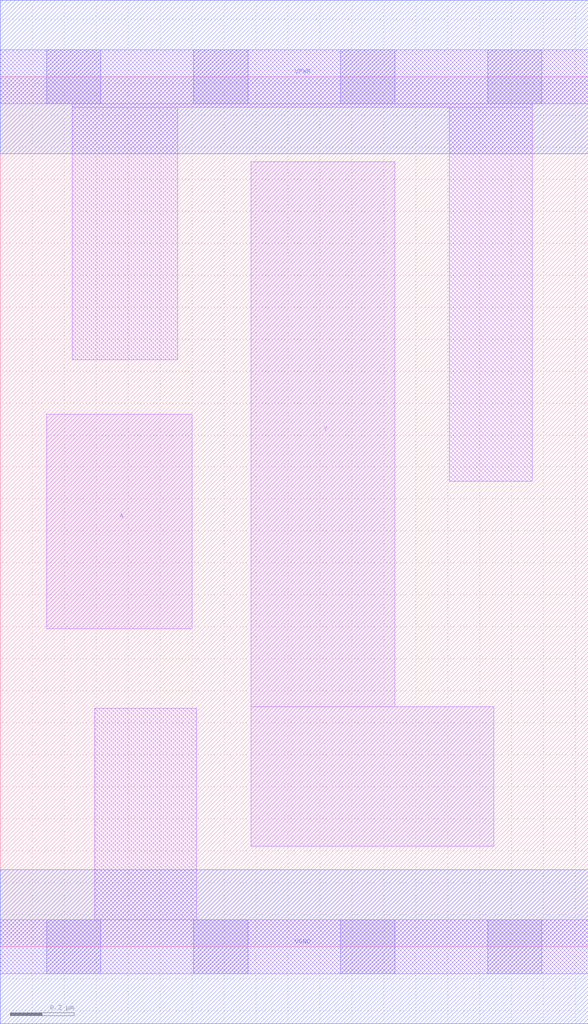
<source format=lef>
# Copyright 2020 The SkyWater PDK Authors
#
# Licensed under the Apache License, Version 2.0 (the "License");
# you may not use this file except in compliance with the License.
# You may obtain a copy of the License at
#
#     https://www.apache.org/licenses/LICENSE-2.0
#
# Unless required by applicable law or agreed to in writing, software
# distributed under the License is distributed on an "AS IS" BASIS,
# WITHOUT WARRANTIES OR CONDITIONS OF ANY KIND, either express or implied.
# See the License for the specific language governing permissions and
# limitations under the License.
#
# SPDX-License-Identifier: Apache-2.0

VERSION 5.7 ;
  NAMESCASESENSITIVE ON ;
  NOWIREEXTENSIONATPIN ON ;
  DIVIDERCHAR "/" ;
  BUSBITCHARS "[]" ;
UNITS
  DATABASE MICRONS 200 ;
END UNITS
PROPERTYDEFINITIONS
  MACRO maskLayoutSubType STRING ;
  MACRO prCellType STRING ;
  MACRO originalViewName STRING ;
END PROPERTYDEFINITIONS
MACRO sky130_fd_sc_hdll__clkinvlp_2
  CLASS CORE ;
  FOREIGN sky130_fd_sc_hdll__clkinvlp_2 ;
  ORIGIN  0.000000  0.000000 ;
  SIZE  1.840000 BY  2.720000 ;
  SYMMETRY X Y R90 ;
  SITE unithd ;
  PIN A
    ANTENNAGATEAREA  0.665000 ;
    DIRECTION INPUT ;
    USE SIGNAL ;
    PORT
      LAYER li1 ;
        RECT 0.145000 0.995000 0.600000 1.665000 ;
    END
  END A
  PIN VGND
    ANTENNADIFFAREA  0.156750 ;
    DIRECTION INOUT ;
    USE SIGNAL ;
    PORT
      LAYER met1 ;
        RECT 0.000000 -0.240000 1.840000 0.240000 ;
    END
  END VGND
  PIN VPWR
    ANTENNADIFFAREA  0.650000 ;
    DIRECTION INOUT ;
    USE SIGNAL ;
    PORT
      LAYER met1 ;
        RECT 0.000000 2.480000 1.840000 2.960000 ;
    END
  END VPWR
  PIN Y
    ANTENNADIFFAREA  0.436750 ;
    DIRECTION OUTPUT ;
    USE SIGNAL ;
    PORT
      LAYER li1 ;
        RECT 0.785000 0.315000 1.545000 0.750000 ;
        RECT 0.785000 0.750000 1.235000 2.455000 ;
    END
  END Y
  OBS
    LAYER li1 ;
      RECT 0.000000 -0.085000 1.840000 0.085000 ;
      RECT 0.000000  2.635000 1.840000 2.805000 ;
      RECT 0.225000  1.835000 0.555000 2.625000 ;
      RECT 0.225000  2.625000 1.665000 2.635000 ;
      RECT 0.295000  0.085000 0.615000 0.745000 ;
      RECT 1.405000  1.455000 1.665000 2.625000 ;
    LAYER mcon ;
      RECT 0.145000 -0.085000 0.315000 0.085000 ;
      RECT 0.145000  2.635000 0.315000 2.805000 ;
      RECT 0.605000 -0.085000 0.775000 0.085000 ;
      RECT 0.605000  2.635000 0.775000 2.805000 ;
      RECT 1.065000 -0.085000 1.235000 0.085000 ;
      RECT 1.065000  2.635000 1.235000 2.805000 ;
      RECT 1.525000 -0.085000 1.695000 0.085000 ;
      RECT 1.525000  2.635000 1.695000 2.805000 ;
  END
  PROPERTY maskLayoutSubType "abstract" ;
  PROPERTY prCellType "standard" ;
  PROPERTY originalViewName "layout" ;
END sky130_fd_sc_hdll__clkinvlp_2

</source>
